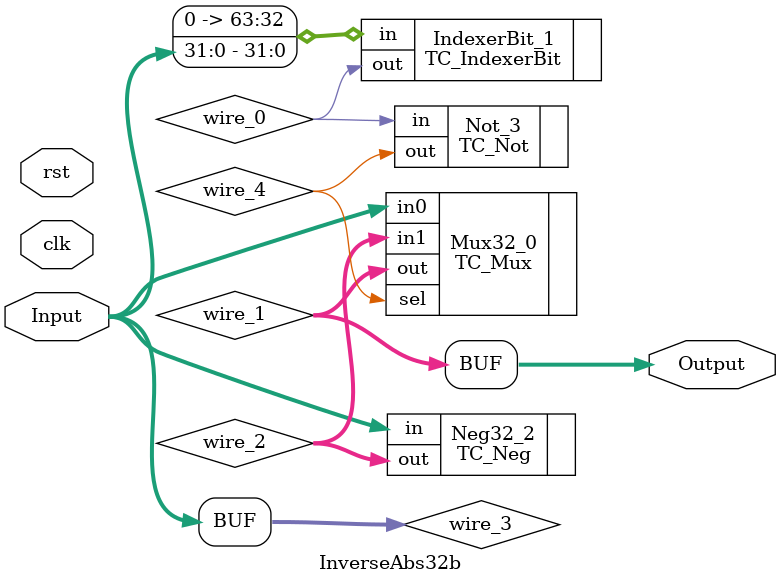
<source format=v>
module InverseAbs32b (clk, rst, Input, Output);
  parameter UUID = 0;
  parameter NAME = "";
  input wire clk;
  input wire rst;

  input  wire [31:0] Input;
  output  wire [31:0] Output;

  TC_Mux # (.UUID(64'd4405814751070039739 ^ UUID), .BIT_WIDTH(64'd32)) Mux32_0 (.sel(wire_4), .in0(wire_3), .in1(wire_2), .out(wire_1));
  TC_IndexerBit # (.UUID(64'd3145290658172974474 ^ UUID), .INDEX(64'd31)) IndexerBit_1 (.in({{32{1'b0}}, wire_3 }), .out(wire_0));
  TC_Neg # (.UUID(64'd2661211449490451668 ^ UUID), .BIT_WIDTH(64'd32)) Neg32_2 (.in(wire_3), .out(wire_2));
  TC_Not # (.UUID(64'd1182259451306726580 ^ UUID), .BIT_WIDTH(64'd1)) Not_3 (.in(wire_0), .out(wire_4));

  wire [0:0] wire_0;
  wire [31:0] wire_1;
  assign Output = wire_1;
  wire [31:0] wire_2;
  wire [31:0] wire_3;
  assign wire_3 = Input;
  wire [0:0] wire_4;

endmodule

</source>
